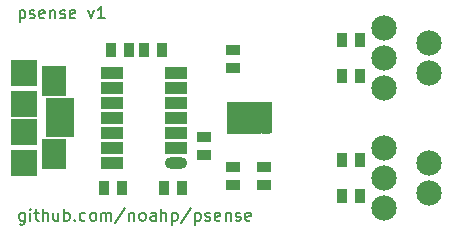
<source format=gbr>
G04 #@! TF.FileFunction,Soldermask,Top*
%FSLAX46Y46*%
G04 Gerber Fmt 4.6, Leading zero omitted, Abs format (unit mm)*
G04 Created by KiCad (PCBNEW 4.0.5) date 02/13/17 08:06:27*
%MOMM*%
%LPD*%
G01*
G04 APERTURE LIST*
%ADD10C,0.100000*%
%ADD11C,0.150000*%
%ADD12R,1.300000X0.900000*%
%ADD13R,0.900000X1.300000*%
%ADD14R,2.300000X2.300000*%
%ADD15R,2.300000X2.200000*%
%ADD16R,2.000000X2.500000*%
%ADD17R,2.400000X0.800000*%
%ADD18C,2.150000*%
%ADD19O,1.090000X0.680000*%
%ADD20R,1.090000X0.680000*%
%ADD21R,2.000000X2.700000*%
%ADD22O,1.900000X1.000000*%
%ADD23R,1.900000X1.000000*%
G04 APERTURE END LIST*
D10*
D11*
X160051667Y-119800714D02*
X160051667Y-120610238D01*
X160004048Y-120705476D01*
X159956429Y-120753095D01*
X159861190Y-120800714D01*
X159718333Y-120800714D01*
X159623095Y-120753095D01*
X160051667Y-120419762D02*
X159956429Y-120467381D01*
X159765952Y-120467381D01*
X159670714Y-120419762D01*
X159623095Y-120372143D01*
X159575476Y-120276905D01*
X159575476Y-119991190D01*
X159623095Y-119895952D01*
X159670714Y-119848333D01*
X159765952Y-119800714D01*
X159956429Y-119800714D01*
X160051667Y-119848333D01*
X160527857Y-120467381D02*
X160527857Y-119800714D01*
X160527857Y-119467381D02*
X160480238Y-119515000D01*
X160527857Y-119562619D01*
X160575476Y-119515000D01*
X160527857Y-119467381D01*
X160527857Y-119562619D01*
X160861190Y-119800714D02*
X161242142Y-119800714D01*
X161004047Y-119467381D02*
X161004047Y-120324524D01*
X161051666Y-120419762D01*
X161146904Y-120467381D01*
X161242142Y-120467381D01*
X161575476Y-120467381D02*
X161575476Y-119467381D01*
X162004048Y-120467381D02*
X162004048Y-119943571D01*
X161956429Y-119848333D01*
X161861191Y-119800714D01*
X161718333Y-119800714D01*
X161623095Y-119848333D01*
X161575476Y-119895952D01*
X162908810Y-119800714D02*
X162908810Y-120467381D01*
X162480238Y-119800714D02*
X162480238Y-120324524D01*
X162527857Y-120419762D01*
X162623095Y-120467381D01*
X162765953Y-120467381D01*
X162861191Y-120419762D01*
X162908810Y-120372143D01*
X163385000Y-120467381D02*
X163385000Y-119467381D01*
X163385000Y-119848333D02*
X163480238Y-119800714D01*
X163670715Y-119800714D01*
X163765953Y-119848333D01*
X163813572Y-119895952D01*
X163861191Y-119991190D01*
X163861191Y-120276905D01*
X163813572Y-120372143D01*
X163765953Y-120419762D01*
X163670715Y-120467381D01*
X163480238Y-120467381D01*
X163385000Y-120419762D01*
X164289762Y-120372143D02*
X164337381Y-120419762D01*
X164289762Y-120467381D01*
X164242143Y-120419762D01*
X164289762Y-120372143D01*
X164289762Y-120467381D01*
X165194524Y-120419762D02*
X165099286Y-120467381D01*
X164908809Y-120467381D01*
X164813571Y-120419762D01*
X164765952Y-120372143D01*
X164718333Y-120276905D01*
X164718333Y-119991190D01*
X164765952Y-119895952D01*
X164813571Y-119848333D01*
X164908809Y-119800714D01*
X165099286Y-119800714D01*
X165194524Y-119848333D01*
X165765952Y-120467381D02*
X165670714Y-120419762D01*
X165623095Y-120372143D01*
X165575476Y-120276905D01*
X165575476Y-119991190D01*
X165623095Y-119895952D01*
X165670714Y-119848333D01*
X165765952Y-119800714D01*
X165908810Y-119800714D01*
X166004048Y-119848333D01*
X166051667Y-119895952D01*
X166099286Y-119991190D01*
X166099286Y-120276905D01*
X166051667Y-120372143D01*
X166004048Y-120419762D01*
X165908810Y-120467381D01*
X165765952Y-120467381D01*
X166527857Y-120467381D02*
X166527857Y-119800714D01*
X166527857Y-119895952D02*
X166575476Y-119848333D01*
X166670714Y-119800714D01*
X166813572Y-119800714D01*
X166908810Y-119848333D01*
X166956429Y-119943571D01*
X166956429Y-120467381D01*
X166956429Y-119943571D02*
X167004048Y-119848333D01*
X167099286Y-119800714D01*
X167242143Y-119800714D01*
X167337381Y-119848333D01*
X167385000Y-119943571D01*
X167385000Y-120467381D01*
X168575476Y-119419762D02*
X167718333Y-120705476D01*
X168908809Y-119800714D02*
X168908809Y-120467381D01*
X168908809Y-119895952D02*
X168956428Y-119848333D01*
X169051666Y-119800714D01*
X169194524Y-119800714D01*
X169289762Y-119848333D01*
X169337381Y-119943571D01*
X169337381Y-120467381D01*
X169956428Y-120467381D02*
X169861190Y-120419762D01*
X169813571Y-120372143D01*
X169765952Y-120276905D01*
X169765952Y-119991190D01*
X169813571Y-119895952D01*
X169861190Y-119848333D01*
X169956428Y-119800714D01*
X170099286Y-119800714D01*
X170194524Y-119848333D01*
X170242143Y-119895952D01*
X170289762Y-119991190D01*
X170289762Y-120276905D01*
X170242143Y-120372143D01*
X170194524Y-120419762D01*
X170099286Y-120467381D01*
X169956428Y-120467381D01*
X171146905Y-120467381D02*
X171146905Y-119943571D01*
X171099286Y-119848333D01*
X171004048Y-119800714D01*
X170813571Y-119800714D01*
X170718333Y-119848333D01*
X171146905Y-120419762D02*
X171051667Y-120467381D01*
X170813571Y-120467381D01*
X170718333Y-120419762D01*
X170670714Y-120324524D01*
X170670714Y-120229286D01*
X170718333Y-120134048D01*
X170813571Y-120086429D01*
X171051667Y-120086429D01*
X171146905Y-120038810D01*
X171623095Y-120467381D02*
X171623095Y-119467381D01*
X172051667Y-120467381D02*
X172051667Y-119943571D01*
X172004048Y-119848333D01*
X171908810Y-119800714D01*
X171765952Y-119800714D01*
X171670714Y-119848333D01*
X171623095Y-119895952D01*
X172527857Y-119800714D02*
X172527857Y-120800714D01*
X172527857Y-119848333D02*
X172623095Y-119800714D01*
X172813572Y-119800714D01*
X172908810Y-119848333D01*
X172956429Y-119895952D01*
X173004048Y-119991190D01*
X173004048Y-120276905D01*
X172956429Y-120372143D01*
X172908810Y-120419762D01*
X172813572Y-120467381D01*
X172623095Y-120467381D01*
X172527857Y-120419762D01*
X174146905Y-119419762D02*
X173289762Y-120705476D01*
X174480238Y-119800714D02*
X174480238Y-120800714D01*
X174480238Y-119848333D02*
X174575476Y-119800714D01*
X174765953Y-119800714D01*
X174861191Y-119848333D01*
X174908810Y-119895952D01*
X174956429Y-119991190D01*
X174956429Y-120276905D01*
X174908810Y-120372143D01*
X174861191Y-120419762D01*
X174765953Y-120467381D01*
X174575476Y-120467381D01*
X174480238Y-120419762D01*
X175337381Y-120419762D02*
X175432619Y-120467381D01*
X175623095Y-120467381D01*
X175718334Y-120419762D01*
X175765953Y-120324524D01*
X175765953Y-120276905D01*
X175718334Y-120181667D01*
X175623095Y-120134048D01*
X175480238Y-120134048D01*
X175385000Y-120086429D01*
X175337381Y-119991190D01*
X175337381Y-119943571D01*
X175385000Y-119848333D01*
X175480238Y-119800714D01*
X175623095Y-119800714D01*
X175718334Y-119848333D01*
X176575477Y-120419762D02*
X176480239Y-120467381D01*
X176289762Y-120467381D01*
X176194524Y-120419762D01*
X176146905Y-120324524D01*
X176146905Y-119943571D01*
X176194524Y-119848333D01*
X176289762Y-119800714D01*
X176480239Y-119800714D01*
X176575477Y-119848333D01*
X176623096Y-119943571D01*
X176623096Y-120038810D01*
X176146905Y-120134048D01*
X177051667Y-119800714D02*
X177051667Y-120467381D01*
X177051667Y-119895952D02*
X177099286Y-119848333D01*
X177194524Y-119800714D01*
X177337382Y-119800714D01*
X177432620Y-119848333D01*
X177480239Y-119943571D01*
X177480239Y-120467381D01*
X177908810Y-120419762D02*
X178004048Y-120467381D01*
X178194524Y-120467381D01*
X178289763Y-120419762D01*
X178337382Y-120324524D01*
X178337382Y-120276905D01*
X178289763Y-120181667D01*
X178194524Y-120134048D01*
X178051667Y-120134048D01*
X177956429Y-120086429D01*
X177908810Y-119991190D01*
X177908810Y-119943571D01*
X177956429Y-119848333D01*
X178051667Y-119800714D01*
X178194524Y-119800714D01*
X178289763Y-119848333D01*
X179146906Y-120419762D02*
X179051668Y-120467381D01*
X178861191Y-120467381D01*
X178765953Y-120419762D01*
X178718334Y-120324524D01*
X178718334Y-119943571D01*
X178765953Y-119848333D01*
X178861191Y-119800714D01*
X179051668Y-119800714D01*
X179146906Y-119848333D01*
X179194525Y-119943571D01*
X179194525Y-120038810D01*
X178718334Y-120134048D01*
X159623095Y-102655714D02*
X159623095Y-103655714D01*
X159623095Y-102703333D02*
X159718333Y-102655714D01*
X159908810Y-102655714D01*
X160004048Y-102703333D01*
X160051667Y-102750952D01*
X160099286Y-102846190D01*
X160099286Y-103131905D01*
X160051667Y-103227143D01*
X160004048Y-103274762D01*
X159908810Y-103322381D01*
X159718333Y-103322381D01*
X159623095Y-103274762D01*
X160480238Y-103274762D02*
X160575476Y-103322381D01*
X160765952Y-103322381D01*
X160861191Y-103274762D01*
X160908810Y-103179524D01*
X160908810Y-103131905D01*
X160861191Y-103036667D01*
X160765952Y-102989048D01*
X160623095Y-102989048D01*
X160527857Y-102941429D01*
X160480238Y-102846190D01*
X160480238Y-102798571D01*
X160527857Y-102703333D01*
X160623095Y-102655714D01*
X160765952Y-102655714D01*
X160861191Y-102703333D01*
X161718334Y-103274762D02*
X161623096Y-103322381D01*
X161432619Y-103322381D01*
X161337381Y-103274762D01*
X161289762Y-103179524D01*
X161289762Y-102798571D01*
X161337381Y-102703333D01*
X161432619Y-102655714D01*
X161623096Y-102655714D01*
X161718334Y-102703333D01*
X161765953Y-102798571D01*
X161765953Y-102893810D01*
X161289762Y-102989048D01*
X162194524Y-102655714D02*
X162194524Y-103322381D01*
X162194524Y-102750952D02*
X162242143Y-102703333D01*
X162337381Y-102655714D01*
X162480239Y-102655714D01*
X162575477Y-102703333D01*
X162623096Y-102798571D01*
X162623096Y-103322381D01*
X163051667Y-103274762D02*
X163146905Y-103322381D01*
X163337381Y-103322381D01*
X163432620Y-103274762D01*
X163480239Y-103179524D01*
X163480239Y-103131905D01*
X163432620Y-103036667D01*
X163337381Y-102989048D01*
X163194524Y-102989048D01*
X163099286Y-102941429D01*
X163051667Y-102846190D01*
X163051667Y-102798571D01*
X163099286Y-102703333D01*
X163194524Y-102655714D01*
X163337381Y-102655714D01*
X163432620Y-102703333D01*
X164289763Y-103274762D02*
X164194525Y-103322381D01*
X164004048Y-103322381D01*
X163908810Y-103274762D01*
X163861191Y-103179524D01*
X163861191Y-102798571D01*
X163908810Y-102703333D01*
X164004048Y-102655714D01*
X164194525Y-102655714D01*
X164289763Y-102703333D01*
X164337382Y-102798571D01*
X164337382Y-102893810D01*
X163861191Y-102989048D01*
X165432620Y-102655714D02*
X165670715Y-103322381D01*
X165908811Y-102655714D01*
X166813573Y-103322381D02*
X166242144Y-103322381D01*
X166527858Y-103322381D02*
X166527858Y-102322381D01*
X166432620Y-102465238D01*
X166337382Y-102560476D01*
X166242144Y-102608095D01*
D12*
X180340000Y-115951000D03*
X180340000Y-117475000D03*
D13*
X171831000Y-117729000D03*
X173355000Y-117729000D03*
X166751000Y-117729000D03*
X168275000Y-117729000D03*
D14*
X160020000Y-112960000D03*
X160020000Y-110560000D03*
D15*
X160020000Y-115560000D03*
X160020000Y-107960000D03*
D16*
X162570000Y-108660000D03*
X162570000Y-114860000D03*
D17*
X163020000Y-111110000D03*
X163020000Y-111760000D03*
X163020000Y-112410000D03*
X163020000Y-113060000D03*
X163020000Y-110460000D03*
D13*
X188468000Y-115316000D03*
X186944000Y-115316000D03*
X188468000Y-118364000D03*
X186944000Y-118364000D03*
X188468000Y-105156000D03*
X186944000Y-105156000D03*
X188468000Y-108204000D03*
X186944000Y-108204000D03*
D12*
X175260000Y-113411000D03*
X175260000Y-114935000D03*
D13*
X171704000Y-106045000D03*
X170180000Y-106045000D03*
D12*
X177673000Y-115951000D03*
X177673000Y-117475000D03*
X177673000Y-107569000D03*
X177673000Y-106045000D03*
D18*
X194310000Y-118110000D03*
X190500000Y-114300000D03*
X190500000Y-119380000D03*
X190500000Y-116840000D03*
X194310000Y-115570000D03*
X194310000Y-107950000D03*
X190500000Y-104140000D03*
X190500000Y-109220000D03*
X190500000Y-106680000D03*
X194310000Y-105410000D03*
D19*
X180470000Y-112760000D03*
D20*
X180470000Y-112260000D03*
X180470000Y-111760000D03*
X180470000Y-111260000D03*
X180470000Y-110760000D03*
X177670000Y-110760000D03*
X177670000Y-111260000D03*
X177670000Y-111760000D03*
X177670000Y-112260000D03*
X177670000Y-112760000D03*
D21*
X179070000Y-111760000D03*
D22*
X172880000Y-115570000D03*
D23*
X172880000Y-114300000D03*
X172880000Y-113030000D03*
X172880000Y-111760000D03*
X172880000Y-109220000D03*
X172880000Y-107950000D03*
X167480000Y-107950000D03*
X167480000Y-109220000D03*
X167480000Y-110490000D03*
X167480000Y-111760000D03*
X167480000Y-113030000D03*
X167480000Y-114300000D03*
X167480000Y-115570000D03*
X172880000Y-110490000D03*
D13*
X167386000Y-106045000D03*
X168910000Y-106045000D03*
M02*

</source>
